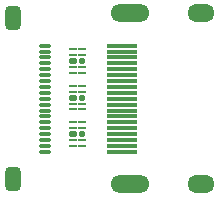
<source format=gbr>
%TF.GenerationSoftware,KiCad,Pcbnew,8.99.0-344-gfbc433deaa*%
%TF.CreationDate,2024-04-11T02:15:13-04:00*%
%TF.ProjectId,typeA,74797065-412e-46b6-9963-61645f706362,rev?*%
%TF.SameCoordinates,Original*%
%TF.FileFunction,Paste,Top*%
%TF.FilePolarity,Positive*%
%FSLAX46Y46*%
G04 Gerber Fmt 4.6, Leading zero omitted, Abs format (unit mm)*
G04 Created by KiCad (PCBNEW 8.99.0-344-gfbc433deaa) date 2024-04-11 02:15:13*
%MOMM*%
%LPD*%
G01*
G04 APERTURE LIST*
G04 Aperture macros list*
%AMRoundRect*
0 Rectangle with rounded corners*
0 $1 Rounding radius*
0 $2 $3 $4 $5 $6 $7 $8 $9 X,Y pos of 4 corners*
0 Add a 4 corners polygon primitive as box body*
4,1,4,$2,$3,$4,$5,$6,$7,$8,$9,$2,$3,0*
0 Add four circle primitives for the rounded corners*
1,1,$1+$1,$2,$3*
1,1,$1+$1,$4,$5*
1,1,$1+$1,$6,$7*
1,1,$1+$1,$8,$9*
0 Add four rect primitives between the rounded corners*
20,1,$1+$1,$2,$3,$4,$5,0*
20,1,$1+$1,$4,$5,$6,$7,0*
20,1,$1+$1,$6,$7,$8,$9,0*
20,1,$1+$1,$8,$9,$2,$3,0*%
G04 Aperture macros list end*
%ADD10RoundRect,0.075000X-1.225000X-0.075000X1.225000X-0.075000X1.225000X0.075000X-1.225000X0.075000X0*%
%ADD11O,3.300000X1.500000*%
%ADD12O,2.300000X1.500000*%
%ADD13RoundRect,0.325000X-0.325000X-0.675000X0.325000X-0.675000X0.325000X0.675000X-0.325000X0.675000X0*%
%ADD14RoundRect,0.075000X-0.425000X0.075000X-0.425000X-0.075000X0.425000X-0.075000X0.425000X0.075000X0*%
%ADD15RoundRect,0.062500X-0.250000X0.062500X-0.250000X-0.062500X0.250000X-0.062500X0.250000X0.062500X0*%
%ADD16RoundRect,0.112500X-0.175000X0.112500X-0.175000X-0.112500X0.175000X-0.112500X0.175000X0.112500X0*%
%ADD17RoundRect,0.112500X-0.237500X0.112500X-0.237500X-0.112500X0.237500X-0.112500X0.237500X0.112500X0*%
G04 APERTURE END LIST*
D10*
%TO.C,J1*%
X173995000Y-93500000D03*
X173995000Y-94000000D03*
X173995000Y-94500000D03*
X173995000Y-95000000D03*
X173995000Y-95500000D03*
X173995000Y-96000000D03*
X173995000Y-96500000D03*
X173995000Y-97000000D03*
X173995000Y-97500000D03*
X173995000Y-98000000D03*
X173995000Y-98500000D03*
X173995000Y-99000000D03*
X173995000Y-99500000D03*
X173995000Y-100000000D03*
X173995000Y-100500000D03*
X173995000Y-101000000D03*
X173995000Y-101500000D03*
X173995000Y-102000000D03*
X173995000Y-102500000D03*
D11*
X174755000Y-90750000D03*
X174755000Y-105250000D03*
D12*
X180715000Y-90750000D03*
X180715000Y-105250000D03*
%TD*%
D13*
%TO.C,J2*%
X164800000Y-104800000D03*
X164800000Y-91200000D03*
D14*
X167500000Y-102500000D03*
X167500000Y-102000000D03*
X167500000Y-101500000D03*
X167500000Y-101000000D03*
X167500000Y-100500000D03*
X167500000Y-100000000D03*
X167500000Y-99500000D03*
X167500000Y-99000000D03*
X167500000Y-98500000D03*
X167500000Y-98000000D03*
X167500000Y-97500000D03*
X167500000Y-97000000D03*
X167500000Y-96500000D03*
X167500000Y-96000000D03*
X167500000Y-95500000D03*
X167500000Y-95000000D03*
X167500000Y-94500000D03*
X167500000Y-94000000D03*
X167500000Y-93500000D03*
%TD*%
D15*
%TO.C,U1*%
X170637500Y-93800000D03*
X170637500Y-94300000D03*
D16*
X170662500Y-94800000D03*
D15*
X170637500Y-95300000D03*
X170637500Y-95800000D03*
X169862500Y-95800000D03*
X169862500Y-95300000D03*
D17*
X169900000Y-94800000D03*
D15*
X169862500Y-94300000D03*
X169862500Y-93800000D03*
%TD*%
%TO.C,U3*%
X170625000Y-100000000D03*
X170625000Y-100500000D03*
D16*
X170650000Y-101000000D03*
D15*
X170625000Y-101500000D03*
X170625000Y-102000000D03*
X169850000Y-102000000D03*
X169850000Y-101500000D03*
D17*
X169887500Y-101000000D03*
D15*
X169850000Y-100500000D03*
X169850000Y-100000000D03*
%TD*%
%TO.C,U2*%
X169875000Y-96900000D03*
X169875000Y-97400000D03*
D17*
X169912500Y-97900000D03*
D15*
X169875000Y-98400000D03*
X169875000Y-98900000D03*
X170650000Y-98900000D03*
X170650000Y-98400000D03*
D16*
X170675000Y-97900000D03*
D15*
X170650000Y-97400000D03*
X170650000Y-96900000D03*
%TD*%
M02*

</source>
